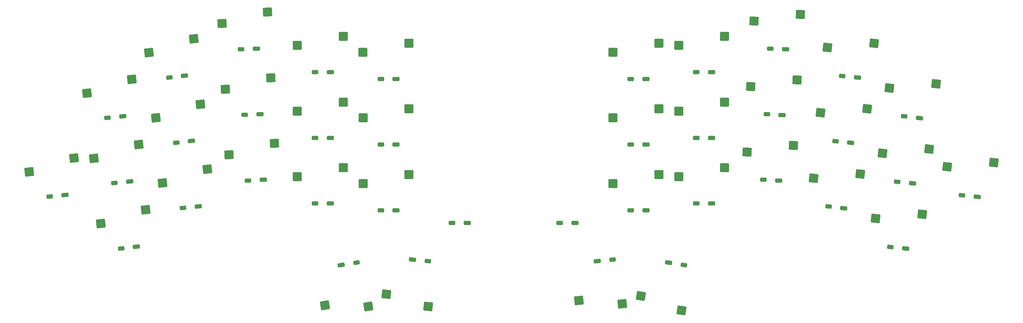
<source format=gbp>
%TF.GenerationSoftware,KiCad,Pcbnew,7.0.9*%
%TF.CreationDate,2024-02-19T09:25:44+08:00*%
%TF.ProjectId,ascend,61736365-6e64-42e6-9b69-6361645f7063,v1.2*%
%TF.SameCoordinates,Original*%
%TF.FileFunction,Paste,Bot*%
%TF.FilePolarity,Positive*%
%FSLAX46Y46*%
G04 Gerber Fmt 4.6, Leading zero omitted, Abs format (unit mm)*
G04 Created by KiCad (PCBNEW 7.0.9) date 2024-02-19 09:25:44*
%MOMM*%
%LPD*%
G01*
G04 APERTURE LIST*
G04 Aperture macros list*
%AMRoundRect*
0 Rectangle with rounded corners*
0 $1 Rounding radius*
0 $2 $3 $4 $5 $6 $7 $8 $9 X,Y pos of 4 corners*
0 Add a 4 corners polygon primitive as box body*
4,1,4,$2,$3,$4,$5,$6,$7,$8,$9,$2,$3,0*
0 Add four circle primitives for the rounded corners*
1,1,$1+$1,$2,$3*
1,1,$1+$1,$4,$5*
1,1,$1+$1,$6,$7*
1,1,$1+$1,$8,$9*
0 Add four rect primitives between the rounded corners*
20,1,$1+$1,$2,$3,$4,$5,0*
20,1,$1+$1,$4,$5,$6,$7,0*
20,1,$1+$1,$6,$7,$8,$9,0*
20,1,$1+$1,$8,$9,$2,$3,0*%
G04 Aperture macros list end*
%ADD10RoundRect,0.300000X0.600000X0.300000X-0.600000X0.300000X-0.600000X-0.300000X0.600000X-0.300000X0*%
%ADD11RoundRect,0.300000X0.700000X0.300000X-0.700000X0.300000X-0.700000X-0.300000X0.700000X-0.300000X0*%
%ADD12RoundRect,0.250000X-1.123913X-0.887380X0.914856X-1.101664X1.123913X0.887380X-0.914856X1.101664X0*%
%ADD13RoundRect,0.250000X-0.971259X-1.052274X1.075931X-0.944985X0.971259X1.052274X-1.075931X0.944985X0*%
%ADD14RoundRect,0.250000X-1.075931X-0.944985X0.971259X-1.052274X1.075931X0.944985X-0.971259X1.052274X0*%
%ADD15RoundRect,0.300000X0.628072X0.235639X-0.565355X0.361074X-0.628072X-0.235639X0.565355X-0.361074X0*%
%ADD16RoundRect,0.300000X0.727524X0.225187X-0.664807X0.371526X-0.727524X-0.225187X0.664807X-0.371526X0*%
%ADD17RoundRect,0.300000X0.614879X0.268187X-0.583477X0.330990X-0.614879X-0.268187X0.583477X-0.330990X0*%
%ADD18RoundRect,0.300000X0.714741X0.262954X-0.683340X0.336224X-0.714741X-0.262954X0.683340X-0.336224X0*%
%ADD19RoundRect,0.250000X1.168815X0.827343X-0.855946X1.148034X-1.168815X-0.827343X0.855946X-1.148034X0*%
%ADD20RoundRect,0.300000X0.565355X0.361074X-0.628072X0.235639X-0.565355X-0.361074X0.628072X-0.235639X0*%
%ADD21RoundRect,0.300000X0.664807X0.371526X-0.727524X0.225187X-0.664807X-0.371526X0.727524X-0.225187X0*%
%ADD22RoundRect,0.250000X-0.914856X-1.101664X1.123913X-0.887380X0.914856X1.101664X-1.123913X0.887380X0*%
%ADD23RoundRect,0.250000X-1.025000X-1.000000X1.025000X-1.000000X1.025000X1.000000X-1.025000X1.000000X0*%
%ADD24RoundRect,0.300000X0.583477X0.330990X-0.614879X0.268187X-0.583477X-0.330990X0.614879X-0.268187X0*%
%ADD25RoundRect,0.300000X0.683340X0.336224X-0.714741X0.262954X-0.683340X-0.336224X0.714741X-0.262954X0*%
%ADD26RoundRect,0.300000X-0.639543X-0.202446X0.545683X-0.390167X0.639543X0.202446X-0.545683X0.390167X0*%
%ADD27RoundRect,0.300000X-0.738312X-0.186802X0.644451X-0.405811X0.738312X0.186802X-0.644451X0.405811X0*%
%ADD28RoundRect,0.300000X-0.565355X-0.361074X0.628072X-0.235639X0.565355X0.361074X-0.628072X0.235639X0*%
%ADD29RoundRect,0.300000X-0.664807X-0.371526X0.727524X-0.225187X0.664807X0.371526X-0.727524X0.225187X0*%
%ADD30RoundRect,0.250000X0.855946X1.148034X-1.168815X0.827343X-0.855946X-1.148034X1.168815X-0.827343X0*%
%ADD31RoundRect,0.250000X1.123913X0.887380X-0.914856X1.101664X-1.123913X-0.887380X0.914856X-1.101664X0*%
%ADD32RoundRect,0.250000X0.914856X1.101664X-1.123913X0.887380X-0.914856X-1.101664X1.123913X-0.887380X0*%
%ADD33RoundRect,0.300000X-0.628072X-0.235639X0.565355X-0.361074X0.628072X0.235639X-0.565355X0.361074X0*%
%ADD34RoundRect,0.300000X-0.727524X-0.225187X0.664807X-0.371526X0.727524X0.225187X-0.664807X0.371526X0*%
%ADD35RoundRect,0.300000X-0.545683X-0.390167X0.639543X-0.202446X0.545683X0.390167X-0.639543X0.202446X0*%
%ADD36RoundRect,0.300000X-0.644451X-0.405811X0.738312X-0.186802X0.644451X0.405811X-0.738312X0.186802X0*%
G04 APERTURE END LIST*
D10*
%TO.C,D5_r1*%
X270845885Y-120702257D03*
D11*
X275145885Y-120702257D03*
%TD*%
D10*
%TO.C,D12*%
X163545885Y-139202257D03*
D11*
X167845885Y-139202257D03*
%TD*%
D12*
%TO.C,S16_r1*%
X323209515Y-143508094D03*
X336331202Y-142333248D03*
%TD*%
D13*
%TO.C,S10*%
X139306789Y-143932827D03*
X152083140Y-140719761D03*
%TD*%
D10*
%TO.C,D13*%
X163545885Y-157702257D03*
D11*
X167845885Y-157702257D03*
%TD*%
D14*
%TO.C,S10_r1*%
X286099456Y-124719102D03*
X299141673Y-122859130D03*
%TD*%
D15*
%TO.C,D18_r1*%
X345579111Y-155351233D03*
D16*
X349855555Y-155800706D03*
%TD*%
D17*
%TO.C,D10_r1*%
X290683012Y-132509662D03*
D18*
X294977119Y-132734707D03*
%TD*%
D15*
%TO.C,D12_r1*%
X311907201Y-121747474D03*
D16*
X316183645Y-122196947D03*
%TD*%
D19*
%TO.C,S8_r1*%
X266698370Y-187793119D03*
X255190266Y-183742991D03*
%TD*%
D17*
%TO.C,D9_r1*%
X291651226Y-114035016D03*
D18*
X295945333Y-114260061D03*
%TD*%
D20*
%TO.C,D3*%
X107063894Y-151925361D03*
D21*
X111340338Y-151475888D03*
%TD*%
D10*
%TO.C,D1_r1*%
X252345885Y-122602257D03*
D11*
X256645885Y-122602257D03*
%TD*%
D22*
%TO.C,S5*%
X116789916Y-115167352D03*
X129380598Y-111290026D03*
%TD*%
D23*
%TO.C,S7_r1*%
X265860885Y-150162257D03*
X278787885Y-147622257D03*
%TD*%
D12*
%TO.C,S13_r1*%
X305803878Y-132126360D03*
X318925565Y-130951514D03*
%TD*%
D24*
%TO.C,D8*%
X142743141Y-114252304D03*
D25*
X147037248Y-114027259D03*
%TD*%
D14*
%TO.C,S9_r1*%
X287067673Y-106244455D03*
X300109890Y-104384483D03*
%TD*%
D22*
%TO.C,S7*%
X120602517Y-151920163D03*
X133193199Y-148042837D03*
%TD*%
D23*
%TO.C,S13*%
X158560885Y-150162257D03*
X171487885Y-147622257D03*
%TD*%
D26*
%TO.C,D8_r1*%
X267302325Y-175030468D03*
D27*
X263055265Y-174357800D03*
%TD*%
D25*
%TO.C,D10*%
X148973679Y-150976554D03*
D24*
X144679572Y-151201599D03*
%TD*%
%TO.C,D9*%
X143711359Y-132726951D03*
D25*
X148005466Y-132501906D03*
%TD*%
D20*
%TO.C,D7*%
X126403306Y-158942284D03*
D21*
X130679750Y-158492811D03*
%TD*%
D10*
%TO.C,D3_r1*%
X252345885Y-159602257D03*
D11*
X256645885Y-159602257D03*
%TD*%
D10*
%TO.C,D20*%
X232346385Y-163174757D03*
D11*
X236646385Y-163174757D03*
%TD*%
D23*
%TO.C,S16*%
X177060885Y-133562257D03*
X189987885Y-131022257D03*
%TD*%
%TO.C,S12*%
X158560885Y-131662257D03*
X171487885Y-129122257D03*
%TD*%
D22*
%TO.C,S6*%
X118723694Y-133566007D03*
X131314376Y-129688681D03*
%TD*%
D10*
%TO.C,D16*%
X182045885Y-141102257D03*
D11*
X186345885Y-141102257D03*
%TD*%
D28*
%TO.C,D4_r1*%
X247242123Y-173482509D03*
D29*
X242965679Y-173931982D03*
%TD*%
D20*
%TO.C,D4*%
X108997672Y-170324017D03*
D21*
X113274116Y-169874544D03*
%TD*%
D30*
%TO.C,S14*%
X178552754Y-186686649D03*
X166356338Y-186390949D03*
%TD*%
D20*
%TO.C,D2*%
X105130119Y-133526706D03*
D21*
X109406563Y-133077233D03*
%TD*%
D15*
%TO.C,D14_r1*%
X308039648Y-158544784D03*
D16*
X312316092Y-158994257D03*
%TD*%
D20*
%TO.C,D1*%
X88863843Y-155748728D03*
D21*
X93140287Y-155299255D03*
%TD*%
D23*
%TO.C,S1_r1*%
X247360885Y-115062257D03*
X260287885Y-112522257D03*
%TD*%
D22*
%TO.C,S1*%
X83118007Y-148771112D03*
X95708689Y-144893786D03*
%TD*%
D10*
%TO.C,D7_r1*%
X270845885Y-157702257D03*
D11*
X275145885Y-157702257D03*
%TD*%
D13*
%TO.C,S8*%
X137370359Y-106983533D03*
X150146710Y-103770467D03*
%TD*%
D31*
%TO.C,S18*%
X195337614Y-186706106D03*
X183633314Y-183263816D03*
%TD*%
D15*
%TO.C,D13_r1*%
X309973427Y-140146129D03*
D16*
X314249871Y-140595602D03*
%TD*%
D22*
%TO.C,S3*%
X101318059Y-144947740D03*
X113908741Y-141070414D03*
%TD*%
D10*
%TO.C,D6_r1*%
X270845885Y-139202257D03*
D11*
X275145885Y-139202257D03*
%TD*%
D10*
%TO.C,D19*%
X202045885Y-163174757D03*
D11*
X206345885Y-163174757D03*
%TD*%
D12*
%TO.C,S17_r1*%
X321253487Y-161879272D03*
X334375174Y-160704426D03*
%TD*%
D20*
%TO.C,D6*%
X124469530Y-140543627D03*
D21*
X128745974Y-140094154D03*
%TD*%
D23*
%TO.C,S17*%
X177060885Y-152062257D03*
X189987885Y-149522257D03*
%TD*%
D12*
%TO.C,S18_r1*%
X341387315Y-147303986D03*
X354509002Y-146129140D03*
%TD*%
D15*
%TO.C,D16_r1*%
X327379061Y-151527864D03*
D16*
X331655505Y-151977337D03*
%TD*%
D23*
%TO.C,S6_r1*%
X265860885Y-131662257D03*
X278787885Y-129122257D03*
%TD*%
D14*
%TO.C,S11_r1*%
X285131241Y-143193747D03*
X298173458Y-141333775D03*
%TD*%
D23*
%TO.C,S5_r1*%
X265860885Y-113162257D03*
X278787885Y-110622257D03*
%TD*%
%TO.C,S3_r1*%
X247360885Y-152062257D03*
X260287885Y-149522257D03*
%TD*%
D13*
%TO.C,S9*%
X138338575Y-125458179D03*
X151114926Y-122245113D03*
%TD*%
D23*
%TO.C,S15*%
X177010885Y-115062257D03*
X189937885Y-112522257D03*
%TD*%
D12*
%TO.C,S15_r1*%
X325143289Y-125109439D03*
X338264976Y-123934593D03*
%TD*%
D15*
%TO.C,D15_r1*%
X329312836Y-133129209D03*
D16*
X333589280Y-133578682D03*
%TD*%
D12*
%TO.C,S12_r1*%
X307737657Y-113727704D03*
X320859344Y-112552858D03*
%TD*%
D32*
%TO.C,S4_r1*%
X249961967Y-185966599D03*
X237797742Y-185032992D03*
%TD*%
D10*
%TO.C,D17*%
X182045885Y-159602257D03*
D11*
X186345885Y-159602257D03*
%TD*%
D33*
%TO.C,D18*%
X195272797Y-173929342D03*
D34*
X190996353Y-173479869D03*
%TD*%
D10*
%TO.C,D15*%
X182045885Y-122602257D03*
D11*
X186345885Y-122602257D03*
%TD*%
D10*
%TO.C,D2_r1*%
X252345885Y-141102257D03*
D11*
X256645885Y-141102257D03*
%TD*%
D23*
%TO.C,S2_r1*%
X247360885Y-133562257D03*
X260287885Y-131022257D03*
%TD*%
D22*
%TO.C,S2*%
X99384281Y-126549085D03*
X111974963Y-122671759D03*
%TD*%
D15*
%TO.C,D17_r1*%
X325445283Y-169926517D03*
D16*
X329721727Y-170375990D03*
%TD*%
D10*
%TO.C,D11*%
X163545885Y-120702257D03*
D11*
X167845885Y-120702257D03*
%TD*%
D20*
%TO.C,D5*%
X122535753Y-122144973D03*
D21*
X126812197Y-121695500D03*
%TD*%
D23*
%TO.C,S11*%
X158560885Y-113162257D03*
X171487885Y-110622257D03*
%TD*%
D12*
%TO.C,S14_r1*%
X303870102Y-150525015D03*
X316991789Y-149350169D03*
%TD*%
D35*
%TO.C,D14*%
X175183273Y-174362017D03*
D36*
X170936213Y-175034685D03*
%TD*%
D17*
%TO.C,D11_r1*%
X289714795Y-150984308D03*
D18*
X294008902Y-151209353D03*
%TD*%
D22*
%TO.C,S4*%
X103246606Y-163296670D03*
X115837288Y-159419344D03*
%TD*%
M02*

</source>
